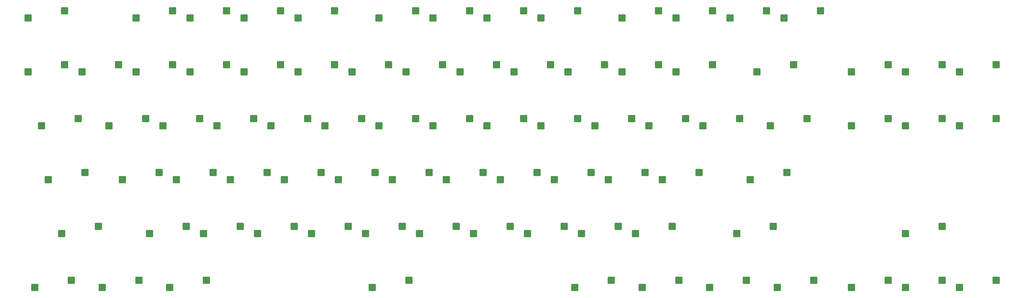
<source format=gbr>
%TF.GenerationSoftware,KiCad,Pcbnew,9.0.3*%
%TF.CreationDate,2025-08-10T19:31:49+02:00*%
%TF.ProjectId,Lucenox,4c756365-6e6f-4782-9e6b-696361645f70,rev?*%
%TF.SameCoordinates,Original*%
%TF.FileFunction,Paste,Bot*%
%TF.FilePolarity,Positive*%
%FSLAX46Y46*%
G04 Gerber Fmt 4.6, Leading zero omitted, Abs format (unit mm)*
G04 Created by KiCad (PCBNEW 9.0.3) date 2025-08-10 19:31:49*
%MOMM*%
%LPD*%
G01*
G04 APERTURE LIST*
G04 Aperture macros list*
%AMRoundRect*
0 Rectangle with rounded corners*
0 $1 Rounding radius*
0 $2 $3 $4 $5 $6 $7 $8 $9 X,Y pos of 4 corners*
0 Add a 4 corners polygon primitive as box body*
4,1,4,$2,$3,$4,$5,$6,$7,$8,$9,$2,$3,0*
0 Add four circle primitives for the rounded corners*
1,1,$1+$1,$2,$3*
1,1,$1+$1,$4,$5*
1,1,$1+$1,$6,$7*
1,1,$1+$1,$8,$9*
0 Add four rect primitives between the rounded corners*
20,1,$1+$1,$2,$3,$4,$5,0*
20,1,$1+$1,$4,$5,$6,$7,0*
20,1,$1+$1,$6,$7,$8,$9,0*
20,1,$1+$1,$8,$9,$2,$3,0*%
G04 Aperture macros list end*
%ADD10RoundRect,0.250000X-1.025000X-1.000000X1.025000X-1.000000X1.025000X1.000000X-1.025000X1.000000X0*%
G04 APERTURE END LIST*
D10*
%TO.C,SW_12*%
X296832500Y-45360000D03*
X309759500Y-42820000D03*
%TD*%
%TO.C,SW_71*%
X263495000Y-121560000D03*
X276422000Y-119020000D03*
%TD*%
%TO.C,SW_45*%
X339695000Y-83460000D03*
X352622000Y-80920000D03*
%TD*%
%TO.C,SW_37*%
X173007500Y-83460000D03*
X185934500Y-80920000D03*
%TD*%
%TO.C,SW_16*%
X87282500Y-64410000D03*
X100209500Y-61870000D03*
%TD*%
%TO.C,SW_60*%
X303976300Y-102510000D03*
X316903300Y-99970000D03*
%TD*%
%TO.C,SW_14*%
X49182500Y-64410000D03*
X62109500Y-61870000D03*
%TD*%
%TO.C,SW_72*%
X299213800Y-121560000D03*
X312140800Y-119020000D03*
%TD*%
%TO.C,SW_7*%
X192057500Y-45360000D03*
X204984500Y-42820000D03*
%TD*%
%TO.C,SW_43*%
X287307500Y-83460000D03*
X300234500Y-80920000D03*
%TD*%
%TO.C,SW_11*%
X277782500Y-45360000D03*
X290709500Y-42820000D03*
%TD*%
%TO.C,SW_24*%
X239682500Y-64410000D03*
X252609500Y-61870000D03*
%TD*%
%TO.C,SW_84*%
X377795000Y-140610000D03*
X390722000Y-138070000D03*
%TD*%
%TO.C,SW_34*%
X115857500Y-83460000D03*
X128784500Y-80920000D03*
%TD*%
%TO.C,SW_54*%
X177770000Y-102510000D03*
X190697000Y-99970000D03*
%TD*%
%TO.C,SW_49*%
X82520000Y-102510000D03*
X95447000Y-99970000D03*
%TD*%
%TO.C,SW_19*%
X144432500Y-64410000D03*
X157359500Y-61870000D03*
%TD*%
%TO.C,SW_8*%
X211107500Y-45360000D03*
X224034500Y-42820000D03*
%TD*%
%TO.C,SW_26*%
X277782500Y-64410000D03*
X290709500Y-61870000D03*
%TD*%
%TO.C,SW_13*%
X315882500Y-45360000D03*
X328809500Y-42820000D03*
%TD*%
%TO.C,SW_33*%
X96807500Y-83460000D03*
X109734500Y-80920000D03*
%TD*%
%TO.C,SW_58*%
X253970000Y-102510000D03*
X266897000Y-99970000D03*
%TD*%
%TO.C,SW_17*%
X106332500Y-64410000D03*
X119259500Y-61870000D03*
%TD*%
%TO.C,SW_9*%
X230157500Y-45360000D03*
X243084500Y-42820000D03*
%TD*%
%TO.C,SW_75*%
X75376300Y-140610000D03*
X88303300Y-138070000D03*
%TD*%
%TO.C,SW_79*%
X265876300Y-140610000D03*
X278803300Y-138070000D03*
%TD*%
%TO.C,SW_62*%
X92045000Y-121560000D03*
X104972000Y-119020000D03*
%TD*%
%TO.C,SW_82*%
X339695000Y-140610000D03*
X352622000Y-138070000D03*
%TD*%
%TO.C,SW_66*%
X168245000Y-121560000D03*
X181172000Y-119020000D03*
%TD*%
%TO.C,SW_47*%
X377795000Y-83460000D03*
X390722000Y-80920000D03*
%TD*%
%TO.C,SW_35*%
X134907500Y-83460000D03*
X147834500Y-80920000D03*
%TD*%
%TO.C,SW_55*%
X196820000Y-102510000D03*
X209747000Y-99970000D03*
%TD*%
%TO.C,SW_59*%
X273020000Y-102510000D03*
X285947000Y-99970000D03*
%TD*%
%TO.C,SW_56*%
X215870000Y-102510000D03*
X228797000Y-99970000D03*
%TD*%
%TO.C,SW_39*%
X211107500Y-83460000D03*
X224034500Y-80920000D03*
%TD*%
%TO.C,SW_28*%
X339695000Y-64410000D03*
X352622000Y-61870000D03*
%TD*%
%TO.C,SW_65*%
X149195000Y-121560000D03*
X162122000Y-119020000D03*
%TD*%
%TO.C,SW_57*%
X234920000Y-102510000D03*
X247847000Y-99970000D03*
%TD*%
%TO.C,SW_30*%
X377795000Y-64410000D03*
X390722000Y-61870000D03*
%TD*%
%TO.C,SW_36*%
X153957500Y-83460000D03*
X166884500Y-80920000D03*
%TD*%
%TO.C,SW_52*%
X139670000Y-102510000D03*
X152597000Y-99970000D03*
%TD*%
%TO.C,SW_5*%
X144432500Y-45360000D03*
X157359500Y-42820000D03*
%TD*%
%TO.C,SW_76*%
X99188800Y-140610000D03*
X112115800Y-138070000D03*
%TD*%
%TO.C,SW_63*%
X111095000Y-121560000D03*
X124022000Y-119020000D03*
%TD*%
%TO.C,SW_41*%
X249207500Y-83460000D03*
X262134500Y-80920000D03*
%TD*%
%TO.C,SW_74*%
X51563800Y-140610000D03*
X64490800Y-138070000D03*
%TD*%
%TO.C,SW_51*%
X120620000Y-102510000D03*
X133547000Y-99970000D03*
%TD*%
%TO.C,SW_2*%
X87282500Y-45360000D03*
X100209500Y-42820000D03*
%TD*%
%TO.C,SW_61*%
X61088800Y-121560000D03*
X74015800Y-119020000D03*
%TD*%
%TO.C,SW_78*%
X242063800Y-140610000D03*
X254990800Y-138070000D03*
%TD*%
%TO.C,SW_68*%
X206345000Y-121560000D03*
X219272000Y-119020000D03*
%TD*%
%TO.C,SW_53*%
X158720000Y-102510000D03*
X171647000Y-99970000D03*
%TD*%
%TO.C,SW_69*%
X225395000Y-121560000D03*
X238322000Y-119020000D03*
%TD*%
%TO.C,SW_48*%
X56326300Y-102510000D03*
X69253300Y-99970000D03*
%TD*%
%TO.C,SW_29*%
X358745000Y-64410000D03*
X371672000Y-61870000D03*
%TD*%
%TO.C,SW_50*%
X101570000Y-102510000D03*
X114497000Y-99970000D03*
%TD*%
%TO.C,SW_20*%
X163482500Y-64410000D03*
X176409500Y-61870000D03*
%TD*%
%TO.C,SW_15*%
X68232500Y-64410000D03*
X81159500Y-61870000D03*
%TD*%
%TO.C,SW_32*%
X77757500Y-83460000D03*
X90684500Y-80920000D03*
%TD*%
%TO.C,SW_1*%
X49182500Y-45360000D03*
X62109500Y-42820000D03*
%TD*%
%TO.C,SW_83*%
X358745000Y-140610000D03*
X371672000Y-138070000D03*
%TD*%
%TO.C,SW_81*%
X313501300Y-140610000D03*
X326428300Y-138070000D03*
%TD*%
%TO.C,SW_44*%
X311120000Y-83460000D03*
X324047000Y-80920000D03*
%TD*%
%TO.C,SW_23*%
X220632500Y-64410000D03*
X233559500Y-61870000D03*
%TD*%
%TO.C,SW_18*%
X125382500Y-64410000D03*
X138309500Y-61870000D03*
%TD*%
%TO.C,SW_40*%
X230157500Y-83460000D03*
X243084500Y-80920000D03*
%TD*%
%TO.C,SW_67*%
X187295000Y-121560000D03*
X200222000Y-119020000D03*
%TD*%
%TO.C,SW_3*%
X106332500Y-45360000D03*
X119259500Y-42820000D03*
%TD*%
%TO.C,SW_42*%
X268257500Y-83460000D03*
X281184500Y-80920000D03*
%TD*%
%TO.C,SW_27*%
X306357500Y-64410000D03*
X319284500Y-61870000D03*
%TD*%
%TO.C,SW_4*%
X125382500Y-45360000D03*
X138309500Y-42820000D03*
%TD*%
%TO.C,SW_64*%
X130145000Y-121560000D03*
X143072000Y-119020000D03*
%TD*%
%TO.C,SW_80*%
X289688800Y-140610000D03*
X302615800Y-138070000D03*
%TD*%
%TO.C,SW_6*%
X173007500Y-45360000D03*
X185934500Y-42820000D03*
%TD*%
%TO.C,SW_21*%
X182532500Y-64410000D03*
X195459500Y-61870000D03*
%TD*%
%TO.C,SW_77*%
X170626300Y-140610000D03*
X183553300Y-138070000D03*
%TD*%
%TO.C,SW_73*%
X358745000Y-121560000D03*
X371672000Y-119020000D03*
%TD*%
%TO.C,SW_46*%
X358745000Y-83460000D03*
X371672000Y-80920000D03*
%TD*%
%TO.C,SW_31*%
X53945000Y-83460000D03*
X66872000Y-80920000D03*
%TD*%
%TO.C,SW_38*%
X192057500Y-83460000D03*
X204984500Y-80920000D03*
%TD*%
%TO.C,SW_25*%
X258732500Y-64410000D03*
X271659500Y-61870000D03*
%TD*%
%TO.C,SW_10*%
X258732500Y-45360000D03*
X271659500Y-42820000D03*
%TD*%
%TO.C,SW_22*%
X201582500Y-64410000D03*
X214509500Y-61870000D03*
%TD*%
%TO.C,SW_70*%
X244445000Y-121560000D03*
X257372000Y-119020000D03*
%TD*%
M02*

</source>
